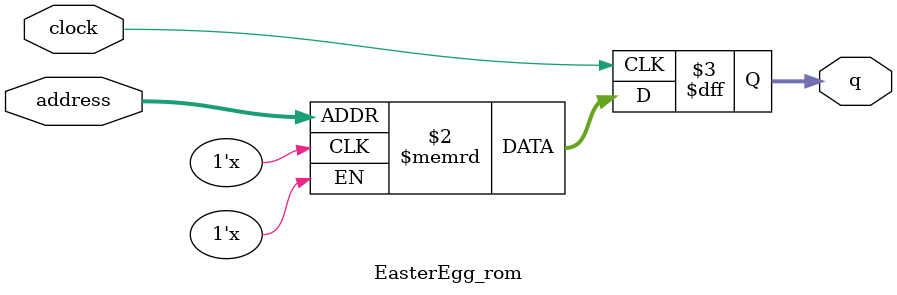
<source format=sv>
module EasterEgg_rom (
	input logic clock,
	input logic [6:0] address,
	output logic [3:0] q
);

logic [3:0] memory [0:99] /* synthesis ram_init_file = "./EasterEgg/EasterEgg.mif" */;

always_ff @ (posedge clock) begin
	q <= memory[address];
end

endmodule

</source>
